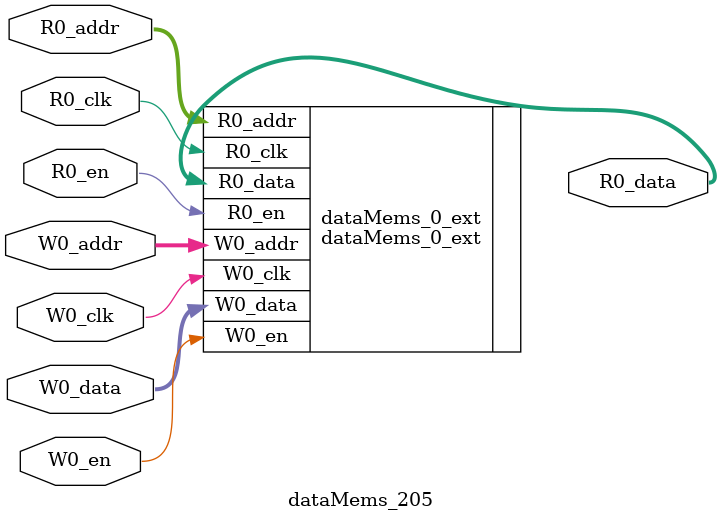
<source format=sv>
`ifndef RANDOMIZE
  `ifdef RANDOMIZE_REG_INIT
    `define RANDOMIZE
  `endif // RANDOMIZE_REG_INIT
`endif // not def RANDOMIZE
`ifndef RANDOMIZE
  `ifdef RANDOMIZE_MEM_INIT
    `define RANDOMIZE
  `endif // RANDOMIZE_MEM_INIT
`endif // not def RANDOMIZE

`ifndef RANDOM
  `define RANDOM $random
`endif // not def RANDOM

// Users can define 'PRINTF_COND' to add an extra gate to prints.
`ifndef PRINTF_COND_
  `ifdef PRINTF_COND
    `define PRINTF_COND_ (`PRINTF_COND)
  `else  // PRINTF_COND
    `define PRINTF_COND_ 1
  `endif // PRINTF_COND
`endif // not def PRINTF_COND_

// Users can define 'ASSERT_VERBOSE_COND' to add an extra gate to assert error printing.
`ifndef ASSERT_VERBOSE_COND_
  `ifdef ASSERT_VERBOSE_COND
    `define ASSERT_VERBOSE_COND_ (`ASSERT_VERBOSE_COND)
  `else  // ASSERT_VERBOSE_COND
    `define ASSERT_VERBOSE_COND_ 1
  `endif // ASSERT_VERBOSE_COND
`endif // not def ASSERT_VERBOSE_COND_

// Users can define 'STOP_COND' to add an extra gate to stop conditions.
`ifndef STOP_COND_
  `ifdef STOP_COND
    `define STOP_COND_ (`STOP_COND)
  `else  // STOP_COND
    `define STOP_COND_ 1
  `endif // STOP_COND
`endif // not def STOP_COND_

// Users can define INIT_RANDOM as general code that gets injected into the
// initializer block for modules with registers.
`ifndef INIT_RANDOM
  `define INIT_RANDOM
`endif // not def INIT_RANDOM

// If using random initialization, you can also define RANDOMIZE_DELAY to
// customize the delay used, otherwise 0.002 is used.
`ifndef RANDOMIZE_DELAY
  `define RANDOMIZE_DELAY 0.002
`endif // not def RANDOMIZE_DELAY

// Define INIT_RANDOM_PROLOG_ for use in our modules below.
`ifndef INIT_RANDOM_PROLOG_
  `ifdef RANDOMIZE
    `ifdef VERILATOR
      `define INIT_RANDOM_PROLOG_ `INIT_RANDOM
    `else  // VERILATOR
      `define INIT_RANDOM_PROLOG_ `INIT_RANDOM #`RANDOMIZE_DELAY begin end
    `endif // VERILATOR
  `else  // RANDOMIZE
    `define INIT_RANDOM_PROLOG_
  `endif // RANDOMIZE
`endif // not def INIT_RANDOM_PROLOG_

// Include register initializers in init blocks unless synthesis is set
`ifndef SYNTHESIS
  `ifndef ENABLE_INITIAL_REG_
    `define ENABLE_INITIAL_REG_
  `endif // not def ENABLE_INITIAL_REG_
`endif // not def SYNTHESIS

// Include rmemory initializers in init blocks unless synthesis is set
`ifndef SYNTHESIS
  `ifndef ENABLE_INITIAL_MEM_
    `define ENABLE_INITIAL_MEM_
  `endif // not def ENABLE_INITIAL_MEM_
`endif // not def SYNTHESIS

module dataMems_205(	// @[generators/ara/src/main/scala/UnsafeAXI4ToTL.scala:365:62]
  input  [4:0]  R0_addr,
  input         R0_en,
  input         R0_clk,
  output [66:0] R0_data,
  input  [4:0]  W0_addr,
  input         W0_en,
  input         W0_clk,
  input  [66:0] W0_data
);

  dataMems_0_ext dataMems_0_ext (	// @[generators/ara/src/main/scala/UnsafeAXI4ToTL.scala:365:62]
    .R0_addr (R0_addr),
    .R0_en   (R0_en),
    .R0_clk  (R0_clk),
    .R0_data (R0_data),
    .W0_addr (W0_addr),
    .W0_en   (W0_en),
    .W0_clk  (W0_clk),
    .W0_data (W0_data)
  );
endmodule


</source>
